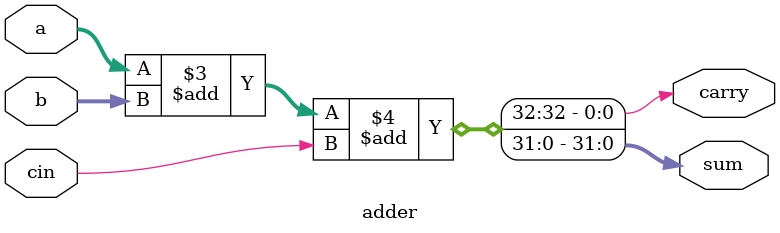
<source format=v>
module micro(input wire clk,     //Toplevel module, routes design inputs and outputs
           input wire reset,
           output wire [31:0] result,
           output wire [31:0] result_addr,
           output wire result_active,
           output wire [31:0] instruction_out);

wire [31:0] internal_result;


datapath D0(.clk(clk), .reset(reset), .dataaddr_out(result_addr), .data_wrote_out(internal_result),
            .write_enable_out(result_active), .instruction_output(instruction_out));

assign result = internal_result;




endmodule



//control module, interprets instruction and outputs CPU controls
module control(input wire [6:0] opcode,
               input wire [2:0] funct3,
               input wire [6:0] funct7,
               output reg [5:0] alu_funct,
               output reg [2:0] data_mem_extend,
               output reg [12:0] controls);




    //controls order
    //  reg file write, immediate select, alu_b select, Data mem write, output select, branch_select, branch, jump          
    // R-type: 1, X, 0, 0, 0, 0, 0, 0
    // I-type: 1, I, 1, 0, 0, 0, 0, 0
    // S-type: 0, I, 1, 1, 0, 0, 0, 0
    // B-type: 0, I, 0, 0, 0, B, 1, 0
    // J-type  0, I, 0, 0, 0, 0, 0, 1   
    // 5 types of immediates (incase I use U-type instructions)
    // I: 001, S: 010, B: 011, J: 100


    // Data Mem extend
    //000 default
    //write:
    //000: write byte
    //001: write half
    //010: write word
    //read:
    //000: read byte, MSB extend
    //001: read half, MSB extend
    //010: read word
    //011: read byte, zero extend
    //100: read half, zero extend



    // wire [10] funct37; 
    // always @(*)begin
    //     funct37 = {funct3, funct7}

    //     case(funct37):
    //         10'h000: alu_funct = //add
    //         10'h020: alu_funct = //sub
    //         10'h400: alu_funct = //XOR
    //         10'h600: alu_funct = //OR
    //         10'h700: alu_funct = //AND
    //         10'h100: alu_funct = //logical left shift
    //         10'h500: alu_funct = //logical right shift
    //         10'h520: alu_funct = //logical right shift artithmetic
    //         10'h200: alu_funct = //Set less than
    //         10'h300: alu_funct = //set less than, zero extends
        
    //     endcase





        // end

        // Branch mode
    // 000: do not branch
    // 001: branch if zero
    // 010: branch if not zero
    // 011: branch if less than
    // 100: branch if greater than equal
    // 101: branch if less than unsigned not used, same as above
    // 110: branch if greater than unsigned not used

    //0: 0
    //1: add
    //2: subrtact
    //3: and
    //4: or
    //5: xor
    //6: slt
    //7: sltu
    //8:lls
    //9:lrs
    //10: mulsu
    //11: mulu
    //12: mul_low
    //13: mul_high
    //14: ars
    //15: divide
    //16: divide U
    //17: remainder
    //18 remainder u



    always @(*)begin

        //Switch case for instruction handling, will need to be replaced by a single large switch case in the future    
        case(opcode)
            // R type
            7'b0110011: begin 
                 controls = 13'b1_000_0_0_00_000_0_0;//R type
                 data_mem_extend = 3'h0;
                 case(funct3)
                    3'h0: begin
                        case(funct7)
                                7'h00: alu_funct = 6'b000001; //add
                                7'h01: alu_funct = 6'h0c; //MUL LOW
                                7'h20: alu_funct = 6'b000010; //sub
                            default: alu_funct = 6'h00;
                        endcase
                    end
                    3'h1: begin
                        case(funct7)
                            7'h00: alu_funct = 6'b001000; //Shift left logical
                            7'h01: alu_funct = 6'h0d; //MUL HIGH
                            default: alu_funct = 6'h00;
                        endcase
                    end
                    3'h2: begin
                        case(funct7)
                            7'h00: alu_funct = 6'b000110;//Set less than
                            7'h01: alu_funct = 6'h0a; //MUL HIGH Signed * unsigned
                            default: alu_funct = 6'h00;
                        endcase
                    end
                    3'h3: begin
                        case(funct7)
                            7'h00: alu_funct = 6'b000111; //Set less than U
                            7'h01: alu_funct = 6'h0b; //MUL HIGH UNSIGNED
                            default: alu_funct = 6'h00;
                        endcase
                    end
                    3'h4: begin
                        case(funct7)
                            7'h00: alu_funct = 6'b000101; //XOR
                            7'h01: alu_funct = 6'h0f; // DIVIDE
                            default: alu_funct = 6'h00;
                        endcase
                    end
                    3'h5: begin
                        case(funct7)
                            7'h00: alu_funct = 6'b001001; //Shift right logical
                            7'h01: alu_funct = 6'b10; //DIVIDE unsigned
                            7'h20: alu_funct = 6'b001110;//shift right arithemetic
                            default: alu_funct = 6'h00;
                        endcase
                    end
                    3'h6: begin
                        case(funct7)
                            7'h00: alu_funct = 6'b000100; //OR
                            7'h01: alu_funct = 6'h11; //Remainder
                            default: alu_funct = 6'h00;
                        endcase
                    end
                    3'h7: begin
                        case(funct7)
                            7'h00: alu_funct = 6'b000011;//AND
                            7'h01: alu_funct = 6'h12; //Remainder unsigned
                            default: alu_funct = 6'h00;
                        endcase
                    end
                    default: alu_funct = 6'b000000;
                 endcase

            // I type
            end
            7'b010011: begin
                 controls = 13'b1_001_1_0_00_000_0_0;//I type
                 data_mem_extend = 3'h0;
                  case(funct3)
                    3'h0: begin
                        alu_funct = 6'b000001;//add I
                    end
                    3'h1: begin
                        case(funct7)
                            7'h00: alu_funct = 6'b001000; //Shift left logical I
                            default: alu_funct = 6'h00;
                        endcase
                    end
                    3'h2: begin
                        alu_funct = 6'b000110;//set less tahn IM
                    end
                    3'h3: begin
                        alu_funct = 6'b000111; //Set less than I U zero extends    
                    end
                    3'h4: begin
                        alu_funct = 6'b000101;//XOR I 
                    end
                    3'h5: begin
                        case(funct7)
                            7'h00: alu_funct = 6'b001001;//Shift right logical I 
                            7'h20: alu_funct =  6'b001110;//shift right arithemetic I 
                            default: alu_funct = 6'h00;
                        endcase
                    end
                    3'h6: begin
                        alu_funct = 6'b000100;//OR I 
                    end
                    3'h7: begin
                        alu_funct = 6'b000011;//AND I 
                    end
                    default: alu_funct = 6'h00;
                 endcase
            end
            // I type
            7'b0000011: begin
                controls = 13'b1_001_1_0_01_000_0_0;
                alu_funct = 6'b000001;// ADD
                case(funct3)
                    3'h0:
                        data_mem_extend = 3'h0;
                    3'h1:
                        data_mem_extend = 3'h1;
                    3'h2:
                        data_mem_extend = 3'h2;
                    3'h3:
                        data_mem_extend = 3'h3;   
                    3'h4:
                        data_mem_extend = 3'h0;
                    3'h5:
                        data_mem_extend = 3'h1;
                    3'h6:
                        data_mem_extend = 3'h0;

                    3'h7:
                        data_mem_extend = 3'h0;

                    default: data_mem_extend = 3'h0;
                 endcase
            end
            //S type
            7'b0100011: begin
                controls = 13'b0_010_1_1_00_000_0_0;//S
                alu_funct = 6'b000001;//ADD
                case(funct3)
                    3'h0:
                        data_mem_extend = 3'h0;
                    3'h1:
                        data_mem_extend = 3'h1;
                    3'h2:
                        data_mem_extend = 3'h2;

                    default: data_mem_extend = 3'b0;
                 endcase
            end
            //B type
            7'b1100011: begin
                // controls = 13'b0_000_0_0_00_1_0;//B
                data_mem_extend = 3'b0;
                case(funct3)
                    3'h0: begin
                        controls = 13'b0_011_0_0_00_001_1_0;//B
                        alu_funct = 6'b000010;//subtract
                    end
                    3'h1: begin
                        controls = 13'b0_011_0_0_00_010_1_0;//B
                        alu_funct = 6'b000010;//subtract
                    end
                    3'h4: begin
                        controls = 13'b0_011_0_0_00_011_1_0;//B
                        alu_funct = 6'b000010;//subtract 
                    end
                    3'h5: begin
                        controls = 13'b0_011_0_0_00_100_1_0;//B
                        alu_funct = 6'b000010;//subtract  
                    end
                    3'h6: begin
                        alu_funct = 6'b010100;
                        controls = 13'b0_011_0_0_00_011_1_0;
                    end
                    3'h7: begin
                        alu_funct = 6'b010100;
                        controls = 13'b0_011_0_0_00_100_1_0;
                    end
                    //potential add unsigned comparisons, but need to change alu to do that
                    default: begin
                        controls = 13'b0_011_0_0_00_001_1_0;//B
                        alu_funct = 6'b000010;//subtract
                    end

                 endcase
            end
            //J type
            7'b1101111: begin // J
                controls = 13'b1_100_0_0_10_000_0_1;
                alu_funct = 6'h00;
                data_mem_extend = 3'h0;
            end
            // 7'b0110111: controls <= 8'b1_000_0_0_0_0_0;//U
            default: begin
                 controls = 13'b0000000000000;
                 alu_funct = 6'h0;
                 data_mem_extend = 3'h0;
            end

        
        endcase




    end    
endmodule


//interconnect for the entire cpu, all modules are created in this module
module datapath(input wire clk,
                input wire reset,
                output wire [31:0] dataaddr_out,
                output wire [31:0] data_wrote_out,
                output wire write_enable_out,
                output wire [31:0] instruction_output);


    wire [2:0] branch_mode;
    wire jump, branch, borrow;
    wire [31:0] next_pc;
    wire [31:0] pc;
    wire [2:0] im_source;
    wire zero;
    wire [31:0] b_mux;
    wire [31:0] alu_out;
    wire overflow;
    wire write_enable;
    wire [1:0] out_select;
    wire [31:0] dataaddr;
    wire[31:0] data_wrote;

    wire pc_jb;
    wire [31:0] pc_plus_4F;
    wire [31:0] imm_pcE;
    wire [31:0] instructionF;
    wire [31:0] pcD;
    wire [31:0] extend_outD;

    wire [31:0] resultW;
    wire [4:0] ra3W;
    wire [31:0] rd1D;
    wire [31:0] rd2D;
    wire [31:0] pc_plus_4D;
    wire [9:0] controlD;
    wire [5:0] alu_functD;
    wire [2:0] data_mem_extendD;
    wire [31:0] instructionD;

    wire[31:0] rd1E;
    wire[31:0] rd2E;
    wire [4:0] ra3E;
    wire [5:0] alu_functE;
    wire [2:0] data_mem_extendE;
    wire [3:0] controlE;
    wire [31:0] pc_plus_4E;
    wire [31:0] pcE;
    wire [31:0] immExE;
    wire[31:0] alu_a;
    wire [31:0] alu_b_reg;
    wire alu_b_sel;
    wire [31:0] alu_resM;
    wire [31:0] write_dataM;
    wire [4:0] ra3M;
    wire [31:0] pc_plus_4M;
    wire [2:0] controlM;
    wire [2:0] data_mem_extendM;
    wire [31:0] read_dataM;
    wire [31:0] alu_resW;
    wire [31:0] read_dataW;
    wire [31:0] pc_plus_4W;
    wire pc_stall;
    wire decode_stall;
    wire decode_flush;
    wire execute_flush;
    wire [1:0] rd1_mux;
    wire [1:0] rd2_mux;
    wire we3W;
    
    wire [4:0] ra1E;
    wire [4:0] ra2E;

    assign write_enable_out = write_enable;
    assign dataaddr_out = dataaddr;
    assign data_wrote_out = data_wrote;
    assign instruction_output = instructionF;

    control C0 (.opcode(instructionD[6:0]), .funct3(instructionD[14:12]), .funct7(instructionD[31:25]), .alu_funct(alu_functD[5:0]),
                .data_mem_extend(data_mem_extendD[2:0]), 
                .controls({controlD[9], im_source[2:0], controlD[8:0]}));

    pc_br_jm PC4(.branch_mode(branch_mode[2:0]), .branch(branch), .jump(jump), .zero(zero), .borrow(borrow), .pc_jb(pc_jb));

    
    pc PC0(.clk(clk), .reset(reset), .enable(pc_stall), .new_pc(next_pc[31:0]), .pc(pc[31:0]));

    pc_mux PC1(.pc_plus_4(pc_plus_4F[31:0]), .imm_pc(imm_pcE[31:0]), .pc_jb(pc_jb), .pc(next_pc[31:0]));

    pc_plus_4 PC2(.pc(pc[31:0]), .new_pc(pc_plus_4F[31:0]));

    pc_target PC3(.pc(pcE[31:0]), .jump_val(immExE[31:0]), .target(imm_pcE[31:0]));

    i_mem I0(.a(pc[31:0]), .read_data(instructionF[31:0]));

    decode_reg DR(.instructionF(instructionF[31:0]), .pcF(pc[31:0]), .pc_plus_4F(pc_plus_4F[31:0]), .enable(decode_stall), 
                  .clk(clk), .clr(decode_flush), .reset(reset), .instructionD(instructionD[31:0]), .pc_plus_4D(pc_plus_4D[31:0]), 
                  .pcD(pcD[31:0]));


    i_extender E0(.in(instructionD[31:7]), .im_source(im_source[2:0]), .ex_im(extend_outD[31:0]));

    register_file R0(.a1(instructionD[19:15]), .a2(instructionD[24:20]), .wa3(ra3W[4:0]), .wd3(resultW[31:0]), .clk(clk),
                     .we3(we3W), .reset(reset), .rd1(rd1D[31:0]), .rd2(rd2D[31:0]));

    execute_reg ER(.rd1D(rd1D[31:0]), .rd2D(rd2D[31:0]), .ra1D(instructionD[19:15]), .ra2D(instructionD[24:20]), .ra3D(instructionD[11:7]), .pcD(pcD[31:0]), .immExD(extend_outD[31:0]), 
                   .pc_plus_4D(pc_plus_4D[31:0]), .controlD(controlD[9:0]), .alu_functD(alu_functD[5:0]), .data_mem_extendD(data_mem_extendD[2:0]),
                   .clr(execute_flush), .clk(clk), .reset(reset), .rd1E(rd1E[31:0]), .rd2E(rd2E[31:0]), .ra1E(ra1E), .ra2E(ra2E), .ra3E(ra3E[4:0]), .pcE(pcE[31:0]), 
                   .immExE(immExE[31:0]), .pc_plus_4E(pc_plus_4E[31:0]), .controlE({controlE[3], alu_b_sel, controlE[2:0], branch_mode[2:0], branch, jump}), .alu_functE(alu_functE[5:0]),
                   .data_mem_extendE(data_mem_extendE[2:0]));


    r1_forward F1(.reg1(rd1E[31:0]), .alu_resM(alu_resM[31:0]), .resultW(resultW[31:0]), .select(rd1_mux[1:0]), .alu_a(alu_a[31:0]));

    r2_forward F2(.reg2(rd2E[31:0]), .alu_resM(alu_resM[31:0]), .resultW(resultW[31:0]), .select(rd2_mux[1:0]), .alu_b(alu_b_reg[31:0]));

    alu A0(.a(alu_a[31:0]), .b(b_mux[31:0]), .op(alu_functE[5:0]), .out(alu_out[31:0]), .zero(zero), .borrow(borrow), .overflow(overflow));

    alu_b_mux A1(.rd2(alu_b_reg[31:0]), .immediate(immExE[31:0]), .select(alu_b_sel), .alu_b(b_mux[31:0]));


    memory_reg MR(.alu_resE(alu_out[31:0]), .write_dataE(alu_b_reg[31:0]), .ra3E(ra3E[4:0]), .pc_plus_4E(pc_plus_4E[31:0]), 
                  .controlE(controlE[3:0]), .data_mem_extendE(data_mem_extendE[2:0]), .clk(clk), .reset(reset), .alu_resM(alu_resM[31:0]), 
                  .write_dataM(write_dataM[31:0]), .ra3M(ra3M[4:0]), .pc_plus_4M(pc_plus_4M[31:0]), .controlM({controlM[2], write_enable, controlM[1:0]}), 
                  .data_mem_extendM(data_mem_extendM[2:0]));
    
    d_mem D0(.clk(clk), .reset(reset), .write_enable(write_enable), .a(alu_resM[31:0]), .write_data(write_dataM[31:0]), 
             .extend(data_mem_extendM[2:0]), .dataaddr(dataaddr[31:0]), .data_wrote(data_wrote[31:0]), .read_data(read_dataM[31:0]));




    write_reg WR(.alu_resM(alu_resM[31:0]), .read_dataM(read_dataM[31:0]), .pc_plus_4M(pc_plus_4M[31:0]),
                 .ra3M(ra3M[4:0]), .controlM(controlM[2:0]), .clk(clk), .reset(reset), .alu_resW(alu_resW[31:0]),
                 .read_dataW(read_dataW[31:0]), .pc_plus_4W(pc_plus_4W[31:0]), .ra3W(ra3W[4:0]), .controlW({we3W,out_select[1:0]}));

    out_select O0(.alu_src(alu_resW[31:0]), .d_mem_src(read_dataW[31:0]), .pc_src(pc_plus_4W[31:0]), .select(out_select[1:0]),
                  .data_out(resultW[31:0]));
    
    hazard_control H0(.ra1D(instructionD[19:15]), .ra2D(instructionD[24:20]), .ra1E(ra1E), .ra2E(ra2E), 
                      .we3M(controlM[2]), .we3W(we3W), .ra3E(ra3E[4:0]), .ra3M(ra3M[4:0]), .ra3W(ra3W[4:0]), .out_select(out_select[1:0]),
                      .pc_jb(pc_jb), .pc_stall(pc_stall), .decode_stall(decode_stall), .execute_flush(execute_flush), 
                      .decode_flush(decode_flush), .rd1_mux(rd1_mux[1:0]), .rd2_mux(rd2_mux[1:0]));





endmodule


//REGISTERS F,D,E,M,W
module decode_reg(input wire[31:0] instructionF,
                  input wire [31:0] pcF,
                  input wire [31:0] pc_plus_4F,
                  input wire enable,
                  input wire clk,
                  input wire clr,
                  input wire reset,
                  output reg [31:0] instructionD,
                  output reg [31:0] pc_plus_4D,
                  output reg [31:0] pcD);
        //controls data shift from input to output
    always @(posedge clk or negedge reset) begin
        if (~reset) begin // Asynchronous active-low reset
            instructionD <= 0;
            pcD <= 0;
            pc_plus_4D <= 0;
        end else if (clr) begin // Synchronous clear/flush
            instructionD <= 0;
            pcD <= 0;
            pc_plus_4D <= 0;
        end else if (~enable) begin // Synchronous enable for normal operation
            instructionD <= instructionF;
            pcD <= pcF;
            pc_plus_4D <= pc_plus_4F;
        end else begin 
            instructionD <= instructionD;
            pcD <= pcD;
            pc_plus_4D <= pc_plus_4D;
        end
    end

endmodule



module execute_reg(input wire [31:0] rd1D,
                   input wire [31:0] rd2D,
                   input wire [4:0] ra1D,
                   input wire [4:0] ra2D,
                   input wire [4:0] ra3D,
                   input wire [31:0] pcD,
                   input wire [31:0] immExD,
                   input wire [31:0] pc_plus_4D,
                   input wire [9:0] controlD,
                   input wire [5:0] alu_functD,
                   input wire [2:0] data_mem_extendD,
                   input wire clr,
                   input wire clk,
                   input wire reset,
                   output reg [31:0] rd1E,
                   output reg [31:0] rd2E,
                   output reg [4:0] ra1E,
                   output reg [4:0] ra2E,
                   output reg [4:0] ra3E,
                   output reg [31:0] pcE,
                   output reg [31:0] immExE,
                   output reg [31:0] pc_plus_4E,
                   output reg [9:0] controlE,
                   output reg [5:0] alu_functE,
                   output reg [2:0] data_mem_extendE);

always @(posedge clk or negedge reset) begin // Correct sensitivity list for asynchronous reset
    if (~reset) begin // Asynchronous active-low reset - takes highest precedence
        rd1E <= 0;
        rd2E <= 0;
        ra3E <= 0;
        pcE <= 0;
        immExE <= 0;
        pc_plus_4E <= 0;
        controlE <= 0;
        alu_functE <= 0;
        ra1E <= 0;
        ra2E <= 0;
        data_mem_extendE <= 0;
    end else if (clr) begin // Synchronous clear/flush - happens on clock edge, only if not in async reset
        rd1E <= 0; // Clear to 0 when clr is active
        rd2E <= 0;
        ra3E <= 0;
        pcE <= 0;
        immExE <= 0;
        pc_plus_4E <= 0;
        controlE <= 0;
        alu_functE <= 0;
        ra1E <= 0;
        ra2E <= 0;
        data_mem_extendE <= 0;
    end else begin // Normal operation - happens on clock edge, only if not in reset or clear
        rd1E <= rd1D;
        rd2E <= rd2D;
        ra3E <= ra3D;
        pcE <= pcD;
        immExE <= immExD;
        pc_plus_4E <= pc_plus_4D;
        controlE <= controlD;
        alu_functE <= alu_functD;
        data_mem_extendE <= data_mem_extendD;
        ra1E <= ra1D;
        ra2E <= ra2D;
    end
end

endmodule



module memory_reg(input wire [31:0] alu_resE,
                  input wire [31:0] write_dataE,
                  input wire [4:0] ra3E,
                  input wire [31:0] pc_plus_4E,
                  input wire [3:0] controlE,
                  input wire [2:0] data_mem_extendE, 
                  input wire clk,
                  input wire reset,
                  output reg [31:0] alu_resM,
                  output reg [31:0] write_dataM,
                  output reg [4:0] ra3M,
                  output reg [31:0] pc_plus_4M,
                  output reg [3:0] controlM,
                  output reg [2:0] data_mem_extendM);
    always @(posedge clk or negedge reset)begin
        if(~reset)begin
            alu_resM <= 0;
            write_dataM <= 0;
            ra3M <= 0;
            pc_plus_4M <= 0;
            controlM <= 0;
            data_mem_extendM <= 0;
        end else begin
            alu_resM <= alu_resE;
            write_dataM <= write_dataE;
            ra3M <= ra3E;
            pc_plus_4M <= pc_plus_4E;
            controlM <= controlE;
            data_mem_extendM <= data_mem_extendE;
        end
    end
endmodule





module write_reg(input wire [31:0] alu_resM,
                 input wire [31:0] read_dataM,
                 input wire [31:0] pc_plus_4M,
                 input wire [4:0] ra3M,
                 input wire [2:0] controlM,
                 input wire clk,
                 input wire reset,
                 output reg [31:0] alu_resW,
                 output reg [31:0] read_dataW,
                 output reg [31:0] pc_plus_4W,
                 output reg [4:0] ra3W,
                 output reg [2:0] controlW);
    always @(posedge clk or negedge reset )begin
        if(~reset)begin
            alu_resW <= 0;
            read_dataW <= 0;
            pc_plus_4W <= 0;
            ra3W <= 0;
            controlW <= controlM;
        end else begin
            alu_resW <= alu_resM;
            read_dataW <= read_dataM;
            pc_plus_4W <= pc_plus_4M;
            ra3W <= ra3M;
            controlW <= controlM;
        end
    end
endmodule


//Fowarding muxes, 00 outputs zero so cpu reset enters a stable state
module r1_forward(input wire [31:0] reg1,
                  input wire [31:0] alu_resM,
                  input wire [31:0] resultW,
                  input wire [1:0] select,
                  output reg [31:0] alu_a);
    always @(*)begin
        case(select)
            2'b00: alu_a <= 32'b0;
            2'b01: alu_a <= reg1;
            2'b10: alu_a <= alu_resM;
            2'b11: alu_a <= resultW;
            default: alu_a <= 32'b0;
        endcase
    end

endmodule

module r2_forward(input wire [31:0] reg2,
                  input wire [31:0] alu_resM,
                  input wire [31:0] resultW,
                  input wire [1:0] select,
                  output reg [31:0] alu_b);
    always @(*)begin
        case(select)
            2'b00: alu_b <= 32'b0;
            2'b01: alu_b <= reg2;
            2'b10: alu_b <= alu_resM;
            2'b11: alu_b <= resultW;
            default: alu_b <= 32'b0;
        endcase
    end

endmodule


//hazard control, combinationally monitors for any possible hazards and executes controls as need to avoid them
module hazard_control(input wire [4:0] ra1D,
                      input wire [4:0] ra2D,
                      input wire [4:0] ra1E,
                      input wire [4:0] ra2E,
                      input wire we3M,
                      input wire we3W,
                      input wire [4:0] ra3E,
                      input wire [4:0] ra3M,
                      input wire [4:0] ra3W,
                      input wire [1:0] out_select,
                      input wire pc_jb,
                      output wire pc_stall,
                      output wire decode_stall,
                      output wire execute_flush,
                      output wire decode_flush, 
                      output reg [1:0] rd1_mux,
                      output reg [1:0] rd2_mux);
    //forward equation: (rd1/2E == ra3M) && WE3M
    //                  (rd1/2E == ra3W) && WE3W
    //                  (else normal)
    //stall equation: lw & (rd1/2D == RA3E)
    //J/B   equation: pc_jb -> flush execute and decode
    // wire forward_M_1, forward_W_1;

    // wire ra_match = (ra1D == ra3E); // This is a 5-bit comparator, potentially many gates
    // wire out_select_is_01 = (out_select == 2'b01); // Simple 2-bit comparison

    // wire load_use_hazard = ra_match & out_select_is_01;
    wire lw_stall;
    wire r1_match;
    wire r2_match;
    wire result_src;
    
    assign r1_match = (ra1D == ra3E) ? 1:0;
    assign r2_match = (ra2D == ra3E) ? 1:0;
    assign result_src = (out_select == 2'b01) ? 1:0;
    assign lw_stall = (r1_match | r2_match) & result_src ? 1 : 0;

    assign decode_flush = pc_jb;
    assign pc_stall = lw_stall;
    assign decode_stall = lw_stall;
    assign execute_flush = pc_jb | lw_stall;

    always @(*)begin
        if((ra1E == ra3M) && we3M)begin
            rd1_mux = 2'b10;

        end else if((ra1E == ra3W) && we3W)begin
            rd1_mux = 2'b11;

        end else begin
            rd1_mux = 2'b01;
        end




        if((ra2E == ra3M) && we3M)begin
            
            rd2_mux = 2'b10;


        end else if((ra2E == ra3W) && we3W)begin
            rd2_mux = 2'b11;


        end else begin
            rd2_mux = 2'b01;

        end

    end



endmodule


//controls if rd2 or the immediate is sent to the alu b input
module alu_b_mux(input wire [31:0] rd2,
                 input wire [31:0] immediate,
                 input wire select,
                 output wire [31:0] alu_b);
    
    assign alu_b = select ? immediate : rd2;
endmodule

//logic to determine if the pc needs to branch, output goes to pc input mux
module pc_br_jm(input wire [2:0] branch_mode,
                input wire branch,
                input wire jump,
                input wire zero,
                input wire borrow,
                output reg pc_jb);
    // Branch mode
    // 000: do not branch
    // 001: branch if zero
    // 010: branch if not zero
    // 011: branch if less than
    // 100: branch if greater than equal
    // 101: branch if less than unsigned not used, same as above
    // 110: branch if greater than unsigned not used
    reg should_branch; 
    always @(*)begin
        if(branch)begin
            case(branch_mode)
                3'h0: begin
                    should_branch = 1'b0;
                end
                3'h1:begin
                    should_branch = (zero)? 1'b1 : 1'b0;
                end
                3'h2:begin
                    should_branch = (~zero) ? 1'b1: 1'b0;
                end
                3'h3:begin
                    should_branch = borrow ? 1'b1: 1'b0;
                end
                3'h4:begin
                    should_branch = ~borrow ? 1'b1: 1'b0;
                    
                end
                default: should_branch = 1'b0;
            endcase
        end else should_branch = 1'b0;
        
        pc_jb = should_branch | jump;
    end

endmodule



//determines which value is sent to the pc to be shifted in next
module pc_mux(input wire [31:0] pc_plus_4,
              input wire [31:0] imm_pc,
              input wire pc_jb,
              output wire [31:0] pc);
     assign  pc = pc_jb ? imm_pc : pc_plus_4; 
endmodule


//output mux, a 3:1 mux that determines the output of the CPU in the write back stage
module out_select(input wire [31:0] alu_src,
                  input wire [31:0] d_mem_src,
                  input wire [31:0] pc_src,
                  input wire [1:0] select,
                  output reg [31:0] data_out);


    always @(*)begin
        case(select)
            2'h0: data_out <= alu_src;
            2'h1: data_out <= d_mem_src;
            2'h2: data_out <= pc_src;
            default: data_out <= alu_src;
        endcase

    end
endmodule


//Immediate extender, decodes instruction bits 31:8 into a 32-bit value
module i_extender(input wire [24:0] in,
                  input wire [2:0] im_source,
                  output reg [31:0] ex_im);

    always @(*)begin
        case(im_source)
            3'b000: ex_im <= 0;
            3'b001: ex_im <= {{20{in[24]}},in[24:13]}; //I type:
            3'b010: ex_im <= {{20{in[24]}},in[24:18], in[4:0]}; //S type
            3'b011: ex_im <= {{20{in[24]}},in[24], in[0], in[23: 19], in[4:1], 1'b0}; //B type
            3'b100: ex_im <= {{11{in[24]}}, in[24], in[12:5], in[13], in[23:14], 1'b0}; //J type
            3'b101: ex_im <= {in[24: 6] , 12'b000000000000}; //U type
            3'b110: ex_im <= 0;
            3'b111: ex_im <= 0;
            default: ex_im <= 0;

        endcase
    end
endmodule


//adds the immediate to the current pc for jumps and branches
module pc_target(input wire [31:0] pc,
                 input wire [31:0] jump_val,
                 output reg [31:0] target);

    always @(*)begin
        target = pc + jump_val;
    end
endmodule


//PC DFF, with reset and stall functionality
module pc(input wire clk,
          input wire reset,
          input wire enable,
          input wire [31:0] new_pc,
          output reg [31:0] pc);

    always @(posedge clk or negedge reset)begin
        if (~reset)
            pc <= 0;
        else if(~enable)
            pc <= new_pc;
        else
            pc<=pc;


    end
endmodule


//adds 4 to the pc to change the pc to the next instruction address
module pc_plus_4(input wire [31:0] pc,
                 output reg [31:0] new_pc); 
                 
    always @(*)begin
        new_pc = pc+4;
    end                              
endmodule


//Register data for 32 32-bit registers
module register_file(input wire [4:0] a1,
                     input wire [4:0] a2,
                     input wire [4:0] wa3,
                     input wire [31:0] wd3,
                     input wire clk,
                     input wire we3,
                     input wire reset,
                     output reg [31:0] rd1,
                     output reg [31:0] rd2);
    
    reg [31:0] registers [31:0];
    
    integer i;
 

    always @(posedge clk or negedge reset) begin
        if(~reset)begin
            for (i = 0; i < 32; i = i + 1) begin
                registers[i] <= 32'b0;
            end
        end else if (we3) begin
            registers[wa3] <= wd3;
        end

    end

    always @(negedge clk)begin
        rd1 <= (a1 == wa3 && we3 && a1 != 0) ? wd3 : registers[a1];
        rd2 <= (a2 == wa3 && we3 && a2 != 0) ? wd3 : registers[a2];

    end
endmodule


//data memory, 64 32-bit words of memory, includes half word, byte, and word read and write operations
module d_mem(input wire clk,
             input wire reset,
             input wire write_enable,
             input wire [31:0] a, 
             input wire [31:0] write_data,
             input wire [2:0] extend,
             output reg [31:0] dataaddr,
             output reg [31:0] data_wrote,
             output reg [31:0] read_data);

    reg [31:0] RAM[63:0];

    reg [7:0] byte;
    reg [15:0] half_word;
    reg [32:0] word;

    integer j;
    // initial begin
    //     for (j = 0; j < 64; j = j + 1) begin
    //         RAM[j] = 32'b0;
    //     end
    // end

    //000 default
    //write:
    //000: write byte
    //001: write half
    //010: write word
    //read:
    //000: read byte, MSB extend
    //001: read half, MSB extend
    //010: read word
    //011: read byte, zero extend
    //100: read half, zero extend
    always @(*)begin
        data_wrote = write_data;
        dataaddr = a;
        word = RAM[a[7:2]];

        case(a[1:0])
            2'h0:begin
                byte = RAM[a[7:2]][7:0];
                half_word = RAM[a[7:2]][15:0];
            end
            2'h1:begin
                byte = RAM[a[7:2]][15:8];
                half_word = RAM[a[7:2]][15:0];
            end
            2'h2:begin
                byte = RAM[a[7:2]][23:16];
                half_word = RAM[a[7:2]][31:16];

            end
            2'h3: begin
                byte = RAM[a[7:2]][31:24];
                half_word = RAM[a[7:2]][31:16];

            end
            default:begin
                byte = 8'b0;
                half_word = 16'b0;
            end
        endcase




        case(extend)
            3'h0: read_data = {{24{byte[7]}}, byte};// load byte
            3'h1: read_data = {{16{half_word[15]}}, half_word}; //load word
            3'h2: read_data = word;
            3'h3: read_data = {24'h000, byte};
            3'h4: read_data = {16'h00, half_word};
            default: read_data = word;
        endcase

    end

    always @(posedge clk or negedge reset)begin 
        if(~reset)begin
            for (j = 0; j < 64; j = j + 1) begin
                RAM[j] <= 32'b0;
            end
        end else if(write_enable) begin

            case(extend)
                3'b000: RAM[a[7:2]][7:0]  <= write_data[7:0]; //store byte
                3'b001: RAM[a[7:2]][15:0]  <= write_data[15:0]; // store half word
                3'b010: RAM[a[7:2]]  <= write_data; //store word
                default: RAM[a[7:2]]  <= write_data;
            endcase
        end 
    end
endmodule


//instruction memory, currently hardcoded for synthesis but will be modified in the future to be programmable
module i_mem(
    input wire [31:0] a, 
    output reg [31:0] read_data);

    // reg [31:0] RAM[0:63];  // 64 words of 32-bit instruction memory

    always @(*)begin
      case(a[7:2])
        6'h00: read_data = 32'h00500093;
        6'h01: read_data = 32'h00a00113;
        6'h02: read_data = 32'h05400193;
        6'h03: read_data = 32'h00300213;
        6'h04: read_data = 32'h00700293;
        6'h05: read_data = 32'h00208333;
        6'h06: read_data = 32'h401303b3;
        6'h07: read_data = 32'h0013c433;
        6'h08: read_data = 32'h0013e4b3;
        6'h09: read_data = 32'h0084f533;
        6'h0A: read_data = 32'h005215b3;
        6'h0B: read_data = 32'h0055d633;
        6'h0C: read_data = 32'h4055d6b3;
        6'h0D: read_data = 32'h00522733;
        6'h0E: read_data = 32'h0042b7b3;
        6'h0F: read_data = 32'hffb10813;
        6'h10: read_data = 32'h00714893;
        6'h11: read_data = 32'h0f016913;
        6'h12: read_data = 32'h00f97993;
        6'h13: read_data = 32'h00221a13;
        6'h14: read_data = 32'h002a5a93;
        6'h15: read_data = 32'h402a5b13;
        6'h16: read_data = 32'h01422b93;
        6'h17: read_data = 32'h0032bc13;
        6'h18: read_data = 32'h00252023;
        6'h19: read_data = 32'h00151223;
        6'h1A: read_data = 32'h00150423;
        6'h1B: read_data = 32'h00052c83;
        6'h1C: read_data = 32'h00451d03;
        6'h1D: read_data = 32'h00850d83;
        6'h1E: read_data = 32'h00455e03;
        6'h1F: read_data = 32'h00854e83;
        6'h20: read_data = 32'h01ac8f33;
        6'h21: read_data = 32'h00208663;
        6'h22: read_data = 32'h00209c63;
        6'h23: read_data = 32'h0021a023;
        6'h24: read_data = 32'h0020cc63;
        6'h25: read_data = 32'h00115c63;
        6'h26: read_data = 32'h0020e863;
        6'h27: read_data = 32'h00117863;
        6'h28: read_data = 32'h00100f93;
        6'h29: read_data = 32'h0080036f;
        6'h2A: read_data = 32'h00200f93;
        6'h2B: read_data = 32'h00300f93;
        6'h2C: read_data = 32'h00400393;
        6'h2D: read_data = 32'h00038467;
        6'h2E: read_data = 32'h04600493;
        6'h2F: read_data = 32'h00148493;
        6'h30: read_data = 32'h0091a023;
        default: read_data = 32'b0;
    endcase


    end
    // integer i;
    // initial begin
    //     // $readmemh("test_prg.hex", read_data);
    //     RAM[0] = 32'h00500113;
    //     RAM[1] = 32'h00c00193;
    //     RAM[2] = 32'hff718393;
    //     RAM[3] = 32'h0023e233;
    //     RAM[4] = 32'h0041f2b3;
    //     RAM[5] = 32'h004282b3;
    //     RAM[6] = 32'h02728663;
    //     RAM[7] = 32'h0041a233;
    //     RAM[8] = 32'h00920463;
    //     RAM[9] = 32'h00000293;
    //     RAM[10] = 32'h0023a233;
    //     RAM[11] = 32'h005203b3;
    //     RAM[12] = 32'h402383b3;
    //     RAM[13] = 32'h0471a223;
    //     RAM[14] = 32'h05002103;
    //     RAM[15] = 32'h008001ef;
    //     RAM[16] = 32'h00100113;
    //     RAM[17] = 32'h00310133;
    //     RAM[18] = 32'h04202a23;

    //     for(i = 19; i<64; i = i+1)begin
    //         RAM[i] = 32'b0;
    //     end
    // end



    // assign read_data = RAM[a[7:2]];  // Use word addressing (not byte indexing)
endmodule


//alu toplevel module, inclues extra opcodes for future developments and additions
module alu(input wire [31:0] a,
           input wire [31:0] b,
           input wire [5:0] op, //64 possible op codes
           output wire [31:0] out,
           output wire zero,
           output wire borrow,
           output wire overflow);
    wire borrows, borrowu;
    wire [31:0] add, sub, and_wire, or_wire, xor_wire, slt, sltu, lls, lrs, ars, 
                mul_low, mul_high, mulsu, mulu, div, divu, rem, remu, subu;
    wire carry;
    adder A0(.a(a[31:0]), .b(b[31:0]), .cin({1'b0}), .sum(add[31:0]), .carry(carry));
    subtract S0(.a(a[31:0]), .b(b[31:0]), .diff(sub[31:0]), .borrow(borrow));
    logical_left_shift L0(.a(a[31:0]), .b(b[31:0]), .shifted(lls[31:0]));
    logical_right_shift R0(.a(a[31:0]), .b(b[31:0]), .shifted(lrs[31:0]));
    arithmetic_right_shift R1(.a(a[31:0]), .b(b[31:0]), .shifted(ars[31:0]));
    set_less_than SL0(.a(a[31:0]), .b(b[31:0]), .result(slt[31:0]));
    set_less_than_u SL1(.a(a[31:0]), .b(b[31:0]), .result(sltu[31:0]));


    genvar i;
    generate
        for(i = 0; i < 32; i = i+1)begin: logic
            and(and_wire[i], a[i], b[i]);
            or(or_wire[i], a[i], b[i]);
            xor(xor_wire[i], a[i], b[i]);
        end
        
    endgenerate

    //0: 0
    //1: add
    //2: subrtact
    //3: and
    //4: or
    //5: xor
    //6: slt
    //7: sltu
    //8:lls
    //9:lrs
    //10: mulsu
    //11: mulu
    //12: mul_low
    //13: mul_high
    //14: ars
    //15: divide
    //16: divide U
    //17: remainder
    //18 remainder u
    //19: subtract u

    //all multiply, divide, and remainder instructions are not supported currently

    alu_mux MX(.out_1(add[31:0]), .out_2(sub[31:0]), .out_3(and_wire[31:0]), .out_4(or_wire[31:0]), .out_5(xor_wire[31:0]),
            .out_6(slt[31:0]), .out_7(sltu[31:0]), .out_8(lls[31:0]), .out_9(lrs[31:0]), .out_10({32'b0}), .out_11({32'b0}),
            .out_12({32'b0}), .out_13({32'b0}), .out_14(ars[31:0]), .out_15({32'b0}), .out_16({32'b0}), .out_17({32'b0}),
            .out_18({32'b0}), .out_19({32'b0}), .op(op[5:0]), .out_wire(out[31:0]));



    assign zero = (out == 32'b0);
endmodule

//ALU output mux, controls what operation is output based on the control
module alu_mux(input wire [31:0] out_1,
               input wire [31:0] out_2,
               input wire [31:0] out_3,
               input wire [31:0] out_4,
               input wire [31:0] out_5,
               input wire [31:0] out_6,
               input wire [31:0] out_7,
               input wire [31:0] out_8,
               input wire [31:0] out_9,
               input wire [31:0] out_10,
               input wire [31:0] out_11,
               input wire [31:0] out_12,
               input wire [31:0] out_13,
               input wire [31:0] out_14,
               input wire [31:0] out_15,               
               input wire [31:0] out_16,               
               input wire [31:0] out_17,               
               input wire [31:0] out_18,
               input wire [31:0] out_19,              
               input wire [5:0] op,
               output reg [31:0] out_wire);

    always @(*)begin
    
        case(op)
            6'b000000: out_wire = 32'h0000;
            6'b000001: out_wire = out_1;
            6'b000010: out_wire = out_2;
            6'b000011: out_wire = out_3;
            6'b000100: out_wire = out_4;
            6'b000101: out_wire = out_5;
            6'b000110: out_wire = out_6;
            6'b000111: out_wire = out_7;
            6'b001000: out_wire = out_8;
            6'b001001: out_wire = out_9;
            6'b001010: out_wire = out_10;
            6'b001011: out_wire = out_11;
            6'b001100: out_wire = out_12;
            6'b001101: out_wire = out_13;
            6'b001110: out_wire = out_14;
            6'b001111: out_wire = out_15;
            6'b010000: out_wire = out_16;
            6'b010001: out_wire = out_17;
            6'b010011: out_wire = out_18;
            6'b010100: out_wire = out_19;
            default: out_wire = 32'h0000;
        endcase
    
    
    end
endmodule


//operation modules for all ALU operations, future development in this area would be optimizing the logic for speed
// i.e using a carry look-ahead adder etc to minimize delay through this critical path

module set_less_than(input wire signed [31:0] a,
                     input wire signed [31:0] b,
                     output wire [31:0] result);
    assign result = (a < b) ? 1 : 0;
endmodule

module set_less_than_u(input wire [31:0] a,
                     input wire  [31:0] b,
                     output wire [31:0] result);
    assign result = (a < b) ? 1 : 0;
endmodule


module logical_left_shift(input wire [31:0] a,
                     input wire [31:0] b,
                     output wire [31:0] shifted);
    assign shifted = a << b;
endmodule

module logical_right_shift(input wire [31:0] a,
                           input wire [31:0] b,
                           output wire [31:0] shifted);

    assign shifted = a >> b;
endmodule

module arithmetic_right_shift(input wire signed [31:0] a,
                           input wire [31:0] b,
                           output wire signed [31:0] shifted);

    assign shifted = a >>> b;
endmodule


module subtract(input wire[31:0] a,
                input wire [31:0] b, 
                output wire [31:0] diff,
                output wire borrow);

    assign {borrow, diff} = {1'b0, a} - {1'b0, b};
endmodule


module adder(input wire [31:0] a,
                  input wire [31:0] b,
                  input wire cin,
                  output wire [31:0] sum,
                  output wire carry);

    assign {carry, sum} = a + b + cin;
endmodule






</source>
